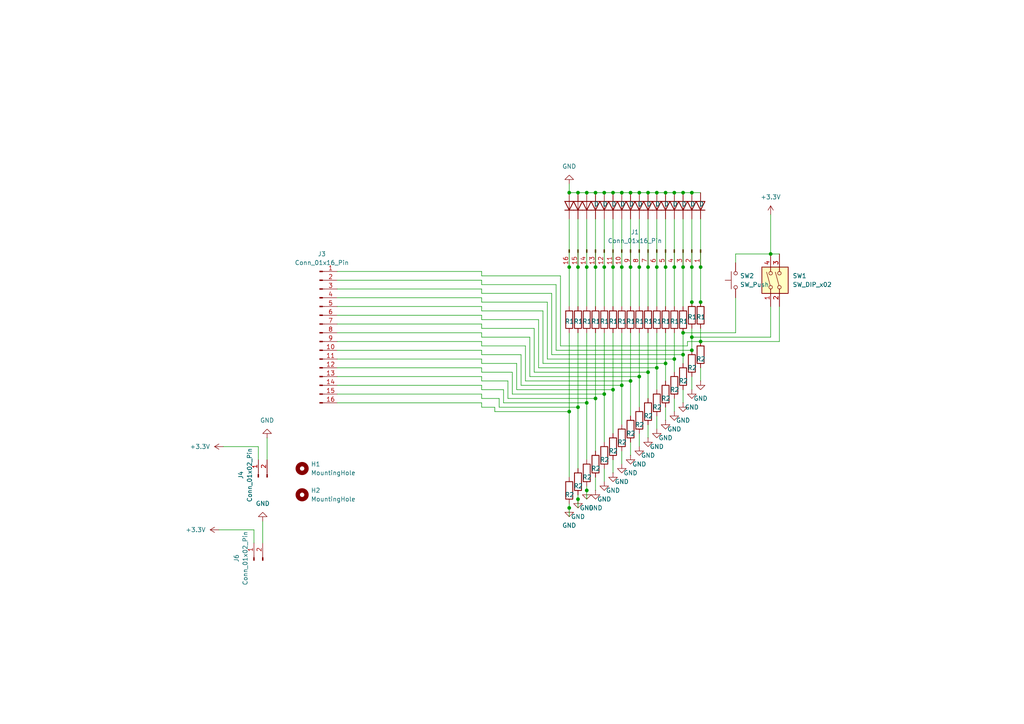
<source format=kicad_sch>
(kicad_sch (version 20250114) (generator "eeschema") (generator_version "9.0")
  (paper "A4")
  (lib_symbols
    (symbol "Connector:Conn_01x02_Pin" (pin_names (offset 1.016) (hide yes))
      (property "Reference" "J" (at 0 2.54 0))
      (property "Value" "Conn_01x02_Pin" (at 0 -5.08 0))
      (symbol "Conn_01x02_Pin_1_1"
        (rectangle (start 0.8636 0.127) (end 0 -0.127) (stroke (width 0.1524)) (fill (type outline)))
        (rectangle (start 0.8636 -2.413) (end 0 -2.667) (stroke (width 0.1524)) (fill (type outline)))
        (polyline (pts (xy 1.27 0) (xy 0.8636 0)) (stroke (width 0.1524)))
        (polyline (pts (xy 1.27 -2.54) (xy 0.8636 -2.54)) (stroke (width 0.1524)))
        (pin passive line (at 5.08 0 180) (length 3.81) (name "Pin_1") (number "1"))
        (pin passive line (at 5.08 -2.54 180) (length 3.81) (name "Pin_2") (number "2"))
      )
    )
    (symbol "Connector:Conn_01x16_Pin" (pin_names (offset 1.016) (hide yes))
      (property "Reference" "J" (at 0 20.32 0))
      (property "Value" "Conn_01x16_Pin" (at 0 -22.86 0))
      (symbol "Conn_01x16_Pin_1_1"
        (rectangle (start 0.8636 17.907) (end 0 17.653) (stroke (width 0.1524)) (fill (type outline)))
        (rectangle (start 0.8636 15.367) (end 0 15.113) (stroke (width 0.1524)) (fill (type outline)))
        (rectangle (start 0.8636 12.827) (end 0 12.573) (stroke (width 0.1524)) (fill (type outline)))
        (rectangle (start 0.8636 10.287) (end 0 10.033) (stroke (width 0.1524)) (fill (type outline)))
        (rectangle (start 0.8636 7.747) (end 0 7.493) (stroke (width 0.1524)) (fill (type outline)))
        (rectangle (start 0.8636 5.207) (end 0 4.953) (stroke (width 0.1524)) (fill (type outline)))
        (rectangle (start 0.8636 2.667) (end 0 2.413) (stroke (width 0.1524)) (fill (type outline)))
        (rectangle (start 0.8636 0.127) (end 0 -0.127) (stroke (width 0.1524)) (fill (type outline)))
        (rectangle (start 0.8636 -2.413) (end 0 -2.667) (stroke (width 0.1524)) (fill (type outline)))
        (rectangle (start 0.8636 -4.953) (end 0 -5.207) (stroke (width 0.1524)) (fill (type outline)))
        (rectangle (start 0.8636 -7.493) (end 0 -7.747) (stroke (width 0.1524)) (fill (type outline)))
        (rectangle (start 0.8636 -10.033) (end 0 -10.287) (stroke (width 0.1524)) (fill (type outline)))
        (rectangle (start 0.8636 -12.573) (end 0 -12.827) (stroke (width 0.1524)) (fill (type outline)))
        (rectangle (start 0.8636 -15.113) (end 0 -15.367) (stroke (width 0.1524)) (fill (type outline)))
        (rectangle (start 0.8636 -17.653) (end 0 -17.907) (stroke (width 0.1524)) (fill (type outline)))
        (rectangle (start 0.8636 -20.193) (end 0 -20.447) (stroke (width 0.1524)) (fill (type outline)))
        (polyline (pts (xy 1.27 17.78) (xy 0.8636 17.78)) (stroke (width 0.1524)))
        (polyline (pts (xy 1.27 15.24) (xy 0.8636 15.24)) (stroke (width 0.1524)))
        (polyline (pts (xy 1.27 12.7) (xy 0.8636 12.7)) (stroke (width 0.1524)))
        (polyline (pts (xy 1.27 10.16) (xy 0.8636 10.16)) (stroke (width 0.1524)))
        (polyline (pts (xy 1.27 7.62) (xy 0.8636 7.62)) (stroke (width 0.1524)))
        (polyline (pts (xy 1.27 5.08) (xy 0.8636 5.08)) (stroke (width 0.1524)))
        (polyline (pts (xy 1.27 2.54) (xy 0.8636 2.54)) (stroke (width 0.1524)))
        (polyline (pts (xy 1.27 0) (xy 0.8636 0)) (stroke (width 0.1524)))
        (polyline (pts (xy 1.27 -2.54) (xy 0.8636 -2.54)) (stroke (width 0.1524)))
        (polyline (pts (xy 1.27 -5.08) (xy 0.8636 -5.08)) (stroke (width 0.1524)))
        (polyline (pts (xy 1.27 -7.62) (xy 0.8636 -7.62)) (stroke (width 0.1524)))
        (polyline (pts (xy 1.27 -10.16) (xy 0.8636 -10.16)) (stroke (width 0.1524)))
        (polyline (pts (xy 1.27 -12.7) (xy 0.8636 -12.7)) (stroke (width 0.1524)))
        (polyline (pts (xy 1.27 -15.24) (xy 0.8636 -15.24)) (stroke (width 0.1524)))
        (polyline (pts (xy 1.27 -17.78) (xy 0.8636 -17.78)) (stroke (width 0.1524)))
        (polyline (pts (xy 1.27 -20.32) (xy 0.8636 -20.32)) (stroke (width 0.1524)))
        (pin passive line (at 5.08 17.78 180) (length 3.81) (name "Pin_1") (number "1"))
        (pin passive line (at 5.08 15.24 180) (length 3.81) (name "Pin_2") (number "2"))
        (pin passive line (at 5.08 12.7 180) (length 3.81) (name "Pin_3") (number "3"))
        (pin passive line (at 5.08 10.16 180) (length 3.81) (name "Pin_4") (number "4"))
        (pin passive line (at 5.08 7.62 180) (length 3.81) (name "Pin_5") (number "5"))
        (pin passive line (at 5.08 5.08 180) (length 3.81) (name "Pin_6") (number "6"))
        (pin passive line (at 5.08 2.54 180) (length 3.81) (name "Pin_7") (number "7"))
        (pin passive line (at 5.08 0 180) (length 3.81) (name "Pin_8") (number "8"))
        (pin passive line (at 5.08 -2.54 180) (length 3.81) (name "Pin_9") (number "9"))
        (pin passive line (at 5.08 -5.08 180) (length 3.81) (name "Pin_10") (number "10"))
        (pin passive line (at 5.08 -7.62 180) (length 3.81) (name "Pin_11") (number "11"))
        (pin passive line (at 5.08 -10.16 180) (length 3.81) (name "Pin_12") (number "12"))
        (pin passive line (at 5.08 -12.7 180) (length 3.81) (name "Pin_13") (number "13"))
        (pin passive line (at 5.08 -15.24 180) (length 3.81) (name "Pin_14") (number "14"))
        (pin passive line (at 5.08 -17.78 180) (length 3.81) (name "Pin_15") (number "15"))
        (pin passive line (at 5.08 -20.32 180) (length 3.81) (name "Pin_16") (number "16"))
      )
    )
    (symbol "Device:D" (pin_numbers (hide yes)) (pin_names (offset 1.016) (hide yes))
      (property "Reference" "D" (at 0 2.54 0))
      (property "Value" "D" (at 0 -2.54 0))
      (symbol "D_0_1"
        (polyline (pts (xy -1.27 1.27) (xy -1.27 -1.27)) (stroke (width 0.254)))
        (polyline (pts (xy 1.27 1.27) (xy 1.27 -1.27) (xy -1.27 0) (xy 1.27 1.27)) (stroke (width 0.254)))
        (polyline (pts (xy 1.27 0) (xy -1.27 0)))
      )
      (symbol "D_1_1"
        (pin passive line (at -3.81 0 0) (length 2.54) (name "K") (number "1"))
        (pin passive line (at 3.81 0 180) (length 2.54) (name "A") (number "2"))
      )
    )
    (symbol "Device:R" (pin_numbers (hide yes)) (pin_names (offset 0))
      (property "Reference" "R" (at 2.032 0 90))
      (property "Value" "R" (at 0 0 90))
      (symbol "R_0_1"
        (rectangle (start -1.016 -2.54) (end 1.016 2.54) (stroke (width 0.254)))
      )
      (symbol "R_1_1"
        (pin passive line (at 0 3.81 270) (length 1.27) (name "~") (number "1"))
        (pin passive line (at 0 -3.81 90) (length 1.27) (name "~") (number "2"))
      )
    )
    (symbol "Mechanical:MountingHole" (pin_names (offset 1.016)) (exclude_from_sim yes) (in_bom no)
      (property "Reference" "H" (at 0 5.08 0))
      (property "Value" "MountingHole" (at 0 3.175 0))
      (symbol "MountingHole_0_1"
        (circle (center 0 0) (radius 1.27) (stroke (width 1.27)))
      )
    )
    (symbol "Switch:SW_DIP_x02" (pin_names (offset 0) (hide yes))
      (property "Reference" "SW" (at 0 6.35 0))
      (property "Value" "SW_DIP_x02" (at 0 -3.81 0))
      (symbol "SW_DIP_x02_0_0"
        (circle (center -2.032 2.54) (radius 0.508))
        (circle (center -2.032 0) (radius 0.508))
        (polyline (pts (xy -1.524 2.667) (xy 2.3622 3.7084)))
        (polyline (pts (xy -1.524 0.127) (xy 2.3622 1.1684)))
        (circle (center 2.032 2.54) (radius 0.508))
        (circle (center 2.032 0) (radius 0.508))
      )
      (symbol "SW_DIP_x02_0_1"
        (rectangle (start -3.81 5.08) (end 3.81 -2.54) (stroke (width 0.254)) (fill (type background)))
      )
      (symbol "SW_DIP_x02_1_1"
        (pin passive line (at -7.62 2.54 0) (length 5.08) (name "~") (number "1"))
        (pin passive line (at -7.62 0 0) (length 5.08) (name "~") (number "2"))
        (pin passive line (at 7.62 2.54 180) (length 5.08) (name "~") (number "4"))
        (pin passive line (at 7.62 0 180) (length 5.08) (name "~") (number "3"))
      )
    )
    (symbol "Switch:SW_Push" (pin_numbers (hide yes)) (pin_names (offset 1.016) (hide yes))
      (property "Reference" "SW" (at 1.27 2.54 0))
      (property "Value" "SW_Push" (at 0 -1.524 0))
      (symbol "SW_Push_0_1"
        (circle (center -2.032 0) (radius 0.508))
        (polyline (pts (xy 0 1.27) (xy 0 3.048)))
        (circle (center 2.032 0) (radius 0.508))
        (polyline (pts (xy 2.54 1.27) (xy -2.54 1.27)))
        (pin passive line (at -5.08 0 0) (length 2.54) (name "1") (number "1"))
        (pin passive line (at 5.08 0 180) (length 2.54) (name "2") (number "2"))
      )
    )
    (symbol "power:+3.3V" (power) (pin_numbers (hide yes)) (pin_names (offset 0) (hide yes))
      (property "Value" "+3.3V" (at 0 3.556 0))
      (symbol "+3.3V_0_1"
        (polyline (pts (xy -0.762 1.27) (xy 0 2.54)))
        (polyline (pts (xy 0 2.54) (xy 0.762 1.27)))
        (polyline (pts (xy 0 0) (xy 0 2.54)))
      )
      (symbol "+3.3V_1_1"
        (pin power_in line (at 0 0 90) (length 0) (name "~") (number "1"))
      )
    )
    (symbol "power:GND" (power) (pin_numbers (hide yes)) (pin_names (offset 0) (hide yes))
      (property "Value" "GND" (at 0 -3.81 0))
      (symbol "GND_0_1"
        (polyline (pts (xy 0 0) (xy 0 -1.27) (xy 1.27 -1.27) (xy 0 -2.54) (xy -1.27 -1.27) (xy 0 -1.27)))
      )
      (symbol "GND_1_1"
        (pin power_in line (at 0 0 270) (length 0) (name "~") (number "1"))
      )
    )
  )
  (junction (at 187.96 55.88))
  (junction (at 185.42 77.47))
  (junction (at 175.26 55.88))
  (junction (at 167.64 55.88))
  (junction (at 182.88 55.88))
  (junction (at 200.66 55.88))
  (junction (at 167.64 77.47))
  (junction (at 172.72 55.88))
  (junction (at 190.5 106.68))
  (junction (at 200.66 87.63))
  (junction (at 182.88 110.49))
  (junction (at 180.34 55.88))
  (junction (at 187.96 77.47))
  (junction (at 198.12 96.52))
  (junction (at 190.5 55.88))
  (junction (at 167.64 118.11))
  (junction (at 175.26 77.47))
  (junction (at 198.12 102.87))
  (junction (at 195.58 104.14))
  (junction (at 185.42 55.88))
  (junction (at 200.66 97.79))
  (junction (at 193.04 55.88))
  (junction (at 200.66 77.47))
  (junction (at 198.12 55.88))
  (junction (at 175.26 114.3))
  (junction (at 177.8 113.03))
  (junction (at 170.18 77.47))
  (junction (at 170.18 142.24))
  (junction (at 172.72 77.47))
  (junction (at 193.04 105.41))
  (junction (at 165.1 119.38))
  (junction (at 187.96 107.95))
  (junction (at 223.52 73.66))
  (junction (at 195.58 55.88))
  (junction (at 165.1 147.32))
  (junction (at 203.2 87.63))
  (junction (at 200.66 101.6))
  (junction (at 180.34 111.76))
  (junction (at 195.58 77.47))
  (junction (at 203.2 99.06))
  (junction (at 165.1 77.47))
  (junction (at 203.2 77.47))
  (junction (at 172.72 115.57))
  (junction (at 180.34 77.47))
  (junction (at 185.42 109.22))
  (junction (at 167.64 144.78))
  (junction (at 190.5 77.47))
  (junction (at 170.18 55.88))
  (junction (at 170.18 116.84))
  (junction (at 198.12 77.47))
  (junction (at 165.1 55.88))
  (junction (at 182.88 77.47))
  (junction (at 177.8 55.88))
  (junction (at 193.04 77.47))
  (junction (at 177.8 77.47))
  (wire (pts (xy 139.7 113.03) (xy 146.05 113.03)))
  (wire (pts (xy 187.96 77.47) (xy 187.96 88.9)))
  (wire (pts (xy 97.79 104.14) (xy 139.7 104.14)))
  (wire (pts (xy 97.79 93.98) (xy 139.7 93.98)))
  (wire (pts (xy 190.5 63.5) (xy 190.5 77.47)))
  (wire (pts (xy 160.02 85.09) (xy 139.7 85.09)))
  (wire (pts (xy 167.64 135.89) (xy 167.64 118.11)))
  (wire (pts (xy 167.64 143.51) (xy 167.64 144.78)))
  (wire (pts (xy 185.42 118.11) (xy 185.42 109.22)))
  (wire (pts (xy 223.52 97.79) (xy 200.66 97.79)))
  (wire (pts (xy 139.7 96.52) (xy 139.7 97.79)))
  (wire (pts (xy 177.8 96.52) (xy 177.8 113.03)))
  (wire (pts (xy 170.18 142.24) (xy 170.18 144.78)))
  (wire (pts (xy 198.12 63.5) (xy 198.12 77.47)))
  (wire (pts (xy 165.1 146.05) (xy 165.1 147.32)))
  (wire (pts (xy 139.7 88.9) (xy 139.7 90.17)))
  (wire (pts (xy 198.12 113.03) (xy 198.12 116.84)))
  (wire (pts (xy 187.96 107.95) (xy 154.94 107.95)))
  (wire (pts (xy 185.42 63.5) (xy 185.42 77.47)))
  (wire (pts (xy 152.4 110.49) (xy 152.4 100.33)))
  (wire (pts (xy 195.58 104.14) (xy 158.75 104.14)))
  (wire (pts (xy 139.7 111.76) (xy 139.7 113.03)))
  (wire (pts (xy 139.7 93.98) (xy 139.7 95.25)))
  (wire (pts (xy 185.42 77.47) (xy 185.42 88.9)))
  (wire (pts (xy 198.12 96.52) (xy 198.12 102.87)))
  (wire (pts (xy 180.34 63.5) (xy 180.34 77.47)))
  (wire (pts (xy 172.72 55.88) (xy 175.26 55.88)))
  (wire (pts (xy 170.18 96.52) (xy 170.18 116.84)))
  (wire (pts (xy 97.79 114.3) (xy 139.7 114.3)))
  (wire (pts (xy 180.34 96.52) (xy 180.34 111.76)))
  (wire (pts (xy 144.78 115.57) (xy 139.7 115.57)))
  (wire (pts (xy 195.58 63.5) (xy 195.58 77.47)))
  (wire (pts (xy 139.7 107.95) (xy 148.59 107.95)))
  (wire (pts (xy 73.66 153.67) (xy 63.5 153.67)))
  (wire (pts (xy 158.75 104.14) (xy 158.75 87.63)))
  (wire (pts (xy 200.66 77.47) (xy 200.66 87.63)))
  (wire (pts (xy 170.18 63.5) (xy 170.18 77.47)))
  (wire (pts (xy 97.79 109.22) (xy 139.7 109.22)))
  (wire (pts (xy 193.04 110.49) (xy 193.04 105.41)))
  (wire (pts (xy 198.12 102.87) (xy 160.02 102.87)))
  (wire (pts (xy 143.51 119.38) (xy 165.1 119.38)))
  (wire (pts (xy 157.48 90.17) (xy 139.7 90.17)))
  (wire (pts (xy 167.64 55.88) (xy 170.18 55.88)))
  (wire (pts (xy 97.79 81.28) (xy 139.7 81.28)))
  (wire (pts (xy 139.7 106.68) (xy 139.7 107.95)))
  (wire (pts (xy 193.04 63.5) (xy 193.04 77.47)))
  (wire (pts (xy 187.96 115.57) (xy 187.96 107.95)))
  (wire (pts (xy 195.58 115.57) (xy 195.58 119.38)))
  (wire (pts (xy 139.7 78.74) (xy 139.7 80.01)))
  (wire (pts (xy 154.94 107.95) (xy 154.94 95.25)))
  (wire (pts (xy 151.13 102.87) (xy 151.13 111.76)))
  (wire (pts (xy 77.47 127) (xy 77.47 133.35)))
  (wire (pts (xy 73.66 157.48) (xy 73.66 153.67)))
  (wire (pts (xy 203.2 63.5) (xy 203.2 77.47)))
  (wire (pts (xy 146.05 113.03) (xy 146.05 116.84)))
  (wire (pts (xy 182.88 55.88) (xy 185.42 55.88)))
  (wire (pts (xy 139.7 104.14) (xy 139.7 105.41)))
  (wire (pts (xy 223.52 88.9) (xy 223.52 97.79)))
  (wire (pts (xy 190.5 113.03) (xy 190.5 106.68)))
  (wire (pts (xy 190.5 120.65) (xy 190.5 124.46)))
  (wire (pts (xy 170.18 55.88) (xy 172.72 55.88)))
  (wire (pts (xy 193.04 96.52) (xy 193.04 105.41)))
  (wire (pts (xy 172.72 138.43) (xy 172.72 142.24)))
  (wire (pts (xy 203.2 106.68) (xy 203.2 110.49)))
  (wire (pts (xy 147.32 115.57) (xy 147.32 110.49)))
  (wire (pts (xy 74.93 129.54) (xy 64.77 129.54)))
  (wire (pts (xy 153.67 97.79) (xy 139.7 97.79)))
  (wire (pts (xy 177.8 63.5) (xy 177.8 77.47)))
  (wire (pts (xy 195.58 55.88) (xy 198.12 55.88)))
  (wire (pts (xy 146.05 116.84) (xy 170.18 116.84)))
  (wire (pts (xy 177.8 133.35) (xy 177.8 137.16)))
  (wire (pts (xy 167.64 77.47) (xy 167.64 88.9)))
  (wire (pts (xy 180.34 111.76) (xy 180.34 123.19)))
  (wire (pts (xy 187.96 96.52) (xy 187.96 107.95)))
  (wire (pts (xy 165.1 55.88) (xy 167.64 55.88)))
  (wire (pts (xy 97.79 88.9) (xy 139.7 88.9)))
  (wire (pts (xy 167.64 63.5) (xy 167.64 77.47)))
  (wire (pts (xy 139.7 101.6) (xy 139.7 102.87)))
  (wire (pts (xy 190.5 106.68) (xy 156.21 106.68)))
  (wire (pts (xy 139.7 114.3) (xy 139.7 115.57)))
  (wire (pts (xy 152.4 100.33) (xy 139.7 100.33)))
  (wire (pts (xy 144.78 118.11) (xy 144.78 115.57)))
  (wire (pts (xy 213.36 86.36) (xy 213.36 96.52)))
  (wire (pts (xy 165.1 77.47) (xy 165.1 88.9)))
  (wire (pts (xy 172.72 63.5) (xy 172.72 77.47)))
  (wire (pts (xy 161.29 101.6) (xy 161.29 82.55)))
  (wire (pts (xy 139.7 99.06) (xy 139.7 100.33)))
  (wire (pts (xy 187.96 55.88) (xy 190.5 55.88)))
  (wire (pts (xy 193.04 77.47) (xy 193.04 88.9)))
  (wire (pts (xy 182.88 77.47) (xy 182.88 88.9)))
  (wire (pts (xy 139.7 86.36) (xy 139.7 87.63)))
  (wire (pts (xy 170.18 116.84) (xy 170.18 133.35)))
  (wire (pts (xy 185.42 55.88) (xy 187.96 55.88)))
  (wire (pts (xy 139.7 83.82) (xy 139.7 85.09)))
  (wire (pts (xy 97.79 96.52) (xy 139.7 96.52)))
  (wire (pts (xy 139.7 102.87) (xy 151.13 102.87)))
  (wire (pts (xy 187.96 63.5) (xy 187.96 77.47)))
  (wire (pts (xy 165.1 119.38) (xy 165.1 138.43)))
  (wire (pts (xy 139.7 109.22) (xy 139.7 110.49)))
  (wire (pts (xy 162.56 100.33) (xy 199.39 100.33)))
  (wire (pts (xy 175.26 114.3) (xy 175.26 128.27)))
  (wire (pts (xy 190.5 96.52) (xy 190.5 106.68)))
  (wire (pts (xy 200.66 109.22) (xy 200.66 113.03)))
  (wire (pts (xy 175.26 55.88) (xy 177.8 55.88)))
  (wire (pts (xy 165.1 96.52) (xy 165.1 119.38)))
  (wire (pts (xy 182.88 110.49) (xy 152.4 110.49)))
  (wire (pts (xy 180.34 55.88) (xy 182.88 55.88)))
  (wire (pts (xy 200.66 87.63) (xy 200.66 88.9)))
  (wire (pts (xy 97.79 78.74) (xy 139.7 78.74)))
  (wire (pts (xy 185.42 96.52) (xy 185.42 109.22)))
  (wire (pts (xy 139.7 80.01) (xy 162.56 80.01)))
  (wire (pts (xy 162.56 80.01) (xy 162.56 100.33)))
  (wire (pts (xy 175.26 135.89) (xy 175.26 139.7)))
  (wire (pts (xy 185.42 125.73) (xy 185.42 129.54)))
  (wire (pts (xy 200.66 95.25) (xy 200.66 97.79)))
  (wire (pts (xy 226.06 99.06) (xy 203.2 99.06)))
  (wire (pts (xy 170.18 140.97) (xy 170.18 142.24)))
  (wire (pts (xy 199.39 100.33) (xy 199.39 99.06)))
  (wire (pts (xy 165.1 147.32) (xy 165.1 149.86)))
  (wire (pts (xy 195.58 77.47) (xy 195.58 88.9)))
  (wire (pts (xy 97.79 99.06) (xy 139.7 99.06)))
  (wire (pts (xy 172.72 96.52) (xy 172.72 115.57)))
  (wire (pts (xy 180.34 130.81) (xy 180.34 134.62)))
  (wire (pts (xy 177.8 77.47) (xy 177.8 88.9)))
  (wire (pts (xy 185.42 109.22) (xy 153.67 109.22)))
  (wire (pts (xy 198.12 102.87) (xy 198.12 105.41)))
  (wire (pts (xy 97.79 111.76) (xy 139.7 111.76)))
  (wire (pts (xy 226.06 88.9) (xy 226.06 99.06)))
  (wire (pts (xy 190.5 55.88) (xy 193.04 55.88)))
  (wire (pts (xy 97.79 101.6) (xy 139.7 101.6)))
  (wire (pts (xy 151.13 111.76) (xy 180.34 111.76)))
  (wire (pts (xy 223.52 62.23) (xy 223.52 73.66)))
  (wire (pts (xy 182.88 120.65) (xy 182.88 110.49)))
  (wire (pts (xy 172.72 115.57) (xy 147.32 115.57)))
  (wire (pts (xy 223.52 73.66) (xy 213.36 73.66)))
  (wire (pts (xy 182.88 96.52) (xy 182.88 110.49)))
  (wire (pts (xy 147.32 110.49) (xy 139.7 110.49)))
  (wire (pts (xy 193.04 118.11) (xy 193.04 121.92)))
  (wire (pts (xy 143.51 118.11) (xy 143.51 119.38)))
  (wire (pts (xy 148.59 107.95) (xy 148.59 114.3)))
  (wire (pts (xy 195.58 96.52) (xy 195.58 104.14)))
  (wire (pts (xy 161.29 82.55) (xy 139.7 82.55)))
  (wire (pts (xy 149.86 113.03) (xy 149.86 105.41)))
  (wire (pts (xy 203.2 87.63) (xy 203.2 88.9)))
  (wire (pts (xy 199.39 99.06) (xy 203.2 99.06)))
  (wire (pts (xy 182.88 128.27) (xy 182.88 132.08)))
  (wire (pts (xy 139.7 118.11) (xy 143.51 118.11)))
  (wire (pts (xy 177.8 113.03) (xy 149.86 113.03)))
  (wire (pts (xy 153.67 109.22) (xy 153.67 97.79)))
  (wire (pts (xy 195.58 107.95) (xy 195.58 104.14)))
  (wire (pts (xy 165.1 63.5) (xy 165.1 77.47)))
  (wire (pts (xy 160.02 102.87) (xy 160.02 85.09)))
  (wire (pts (xy 154.94 95.25) (xy 139.7 95.25)))
  (wire (pts (xy 97.79 83.82) (xy 139.7 83.82)))
  (wire (pts (xy 167.64 118.11) (xy 144.78 118.11)))
  (wire (pts (xy 149.86 105.41) (xy 139.7 105.41)))
  (wire (pts (xy 175.26 63.5) (xy 175.26 77.47)))
  (wire (pts (xy 203.2 95.25) (xy 203.2 99.06)))
  (wire (pts (xy 213.36 96.52) (xy 198.12 96.52)))
  (wire (pts (xy 175.26 96.52) (xy 175.26 114.3)))
  (wire (pts (xy 177.8 125.73) (xy 177.8 113.03)))
  (wire (pts (xy 223.52 73.66) (xy 226.06 73.66)))
  (wire (pts (xy 198.12 77.47) (xy 198.12 88.9)))
  (wire (pts (xy 187.96 123.19) (xy 187.96 127)))
  (wire (pts (xy 193.04 105.41) (xy 157.48 105.41)))
  (wire (pts (xy 193.04 55.88) (xy 195.58 55.88)))
  (wire (pts (xy 156.21 106.68) (xy 156.21 92.71)))
  (wire (pts (xy 180.34 77.47) (xy 180.34 88.9)))
  (wire (pts (xy 182.88 63.5) (xy 182.88 77.47)))
  (wire (pts (xy 139.7 116.84) (xy 139.7 118.11)))
  (wire (pts (xy 74.93 133.35) (xy 74.93 129.54)))
  (wire (pts (xy 76.2 151.13) (xy 76.2 157.48)))
  (wire (pts (xy 213.36 73.66) (xy 213.36 76.2)))
  (wire (pts (xy 139.7 91.44) (xy 139.7 92.71)))
  (wire (pts (xy 157.48 105.41) (xy 157.48 90.17)))
  (wire (pts (xy 167.64 144.78) (xy 167.64 147.32)))
  (wire (pts (xy 172.72 130.81) (xy 172.72 115.57)))
  (wire (pts (xy 97.79 116.84) (xy 139.7 116.84)))
  (wire (pts (xy 97.79 86.36) (xy 139.7 86.36)))
  (wire (pts (xy 190.5 77.47) (xy 190.5 88.9)))
  (wire (pts (xy 203.2 77.47) (xy 203.2 87.63)))
  (wire (pts (xy 148.59 114.3) (xy 175.26 114.3)))
  (wire (pts (xy 170.18 77.47) (xy 170.18 88.9)))
  (wire (pts (xy 97.79 91.44) (xy 139.7 91.44)))
  (wire (pts (xy 165.1 53.34) (xy 165.1 55.88)))
  (wire (pts (xy 198.12 55.88) (xy 200.66 55.88)))
  (wire (pts (xy 177.8 55.88) (xy 180.34 55.88)))
  (wire (pts (xy 97.79 106.68) (xy 139.7 106.68)))
  (wire (pts (xy 200.66 55.88) (xy 203.2 55.88)))
  (wire (pts (xy 172.72 77.47) (xy 172.72 88.9)))
  (wire (pts (xy 200.66 63.5) (xy 200.66 77.47)))
  (wire (pts (xy 200.66 97.79) (xy 200.66 101.6)))
  (wire (pts (xy 175.26 77.47) (xy 175.26 88.9)))
  (wire (pts (xy 167.64 96.52) (xy 167.64 118.11)))
  (wire (pts (xy 156.21 92.71) (xy 139.7 92.71)))
  (wire (pts (xy 139.7 81.28) (xy 139.7 82.55)))
  (wire (pts (xy 158.75 87.63) (xy 139.7 87.63)))
  (wire (pts (xy 200.66 101.6) (xy 161.29 101.6)))
  (symbol (lib_id "power:GND") (at 182.88 132.08 0) (unit 1)
    (property "Reference" "#PWR08" (effects (hide yes)))
    (property "Value" "GND" (at 182.88 137.16 0))
    (property "Description" "Power symbol creates a global label with name \"GND\" , ground" (effects (hide yes)))
  )
  (symbol (lib_id "Device:R") (at 198.12 92.71 0) (unit 1)
    (property "Reference" "R27" (effects (hide yes)))
    (property "Value" "R1" (at 196.85 93.218 0) (effects (justify left)))
    (property "Footprint" "digikey-footprints:1206" (effects (hide yes)))
    (property "Description" "Resistor" (effects (hide yes)))
  )
  (symbol (lib_id "Device:R") (at 172.72 134.62 0) (unit 1)
    (property "Reference" "R8" (effects (hide yes)))
    (property "Value" "R2" (at 171.45 135.89 0) (effects (justify left)))
    (property "Footprint" "digikey-footprints:1206" (effects (hide yes)))
    (property "Description" "Resistor" (effects (hide yes)))
  )
  (symbol (lib_id "Connector:Conn_01x02_Pin") (at 73.66 162.56 90) (unit 1)
    (property "Reference" "J6" (at 68.58 161.925 0))
    (property "Value" "Conn_01x02_Pin" (at 71.12 161.925 0))
    (property "Footprint" "Connector_PinHeader_2.54mm:PinHeader_1x02_P2.54mm_Vertical" (effects (hide yes)))
    (property "Description" "Generic connector, single row, 01x02, script generated" (effects (hide yes)))
  )
  (symbol (lib_id "power:GND") (at 200.66 113.03 0) (unit 1)
    (property "Reference" "#PWR015" (effects (hide yes)))
    (property "Value" "GND" (at 200.66 118.11 0))
    (property "Description" "Power symbol creates a global label with name \"GND\" , ground" (effects (hide yes)))
  )
  (symbol (lib_id "power:GND") (at 167.64 144.78 0) (unit 1)
    (property "Reference" "#PWR02" (effects (hide yes)))
    (property "Value" "GND" (at 167.64 149.86 0))
    (property "Description" "Power symbol creates a global label with name \"GND\" , ground" (effects (hide yes)))
  )
  (symbol (lib_id "Device:R") (at 180.34 92.71 0) (unit 1)
    (property "Reference" "R13" (effects (hide yes)))
    (property "Value" "R1" (at 179.07 93.218 0) (effects (justify left)))
    (property "Footprint" "digikey-footprints:1206" (effects (hide yes)))
    (property "Description" "Resistor" (effects (hide yes)))
  )
  (symbol (lib_id "Device:D") (at 200.66 59.69 90) (unit 1)
    (property "Reference" "D15" (effects (hide yes)))
    (property "Value" "D" (at 200.152 59.182 90) (effects (justify right)))
    (property "Footprint" "Diode_THT:D_DO-41_SOD81_P7.62mm_Horizontal" (effects (hide yes)))
    (property "Description" "Diode" (effects (hide yes)))
    (property "Sim.Device" "D" (effects (hide yes)))
    (property "Sim.Pins" "1=K 2=A" (effects (hide yes)))
  )
  (symbol (lib_id "Device:D") (at 198.12 59.69 90) (unit 1)
    (property "Reference" "D14" (effects (hide yes)))
    (property "Value" "D" (at 197.612 59.182 90) (effects (justify right)))
    (property "Footprint" "Diode_THT:D_DO-41_SOD81_P7.62mm_Horizontal" (effects (hide yes)))
    (property "Description" "Diode" (effects (hide yes)))
    (property "Sim.Device" "D" (effects (hide yes)))
    (property "Sim.Pins" "1=K 2=A" (effects (hide yes)))
  )
  (symbol (lib_id "power:GND") (at 190.5 124.46 0) (unit 1)
    (property "Reference" "#PWR011" (effects (hide yes)))
    (property "Value" "GND" (at 190.5 129.54 0))
    (property "Description" "Power symbol creates a global label with name \"GND\" , ground" (effects (hide yes)))
  )
  (symbol (lib_id "power:GND") (at 187.96 127 0) (unit 1)
    (property "Reference" "#PWR010" (effects (hide yes)))
    (property "Value" "GND" (at 187.96 132.08 0))
    (property "Description" "Power symbol creates a global label with name \"GND\" , ground" (effects (hide yes)))
  )
  (symbol (lib_id "Device:D") (at 185.42 59.69 90) (unit 1)
    (property "Reference" "D9" (effects (hide yes)))
    (property "Value" "D" (at 184.912 59.182 90) (effects (justify right)))
    (property "Footprint" "Diode_THT:D_DO-41_SOD81_P7.62mm_Horizontal" (effects (hide yes)))
    (property "Description" "Diode" (effects (hide yes)))
    (property "Sim.Device" "D" (effects (hide yes)))
    (property "Sim.Pins" "1=K 2=A" (effects (hide yes)))
  )
  (symbol (lib_id "Device:D") (at 203.2 59.69 90) (unit 1)
    (property "Reference" "D16" (effects (hide yes)))
    (property "Value" "D" (at 202.692 59.182 90) (effects (justify right)))
    (property "Footprint" "Diode_THT:D_DO-41_SOD81_P7.62mm_Horizontal" (effects (hide yes)))
    (property "Description" "Diode" (effects (hide yes)))
    (property "Sim.Device" "D" (effects (hide yes)))
    (property "Sim.Pins" "1=K 2=A" (effects (hide yes)))
  )
  (symbol (lib_id "power:GND") (at 180.34 134.62 0) (unit 1)
    (property "Reference" "#PWR07" (effects (hide yes)))
    (property "Value" "GND" (at 180.34 139.7 0))
    (property "Description" "Power symbol creates a global label with name \"GND\" , ground" (effects (hide yes)))
  )
  (symbol (lib_id "Connector:Conn_01x16_Pin") (at 185.42 72.39 270) (unit 1)
    (property "Reference" "J1" (at 184.15 67.31 90))
    (property "Value" "Conn_01x16_Pin" (at 184.15 69.85 90))
    (property "Footprint" "Connector_PinSocket_2.54mm:PinSocket_1x16_P2.54mm_Vertical" (effects (hide yes)))
    (property "Description" "Generic connector, single row, 01x16, script generated" (effects (hide yes)))
  )
  (symbol (lib_id "Device:D") (at 190.5 59.69 90) (unit 1)
    (property "Reference" "D11" (effects (hide yes)))
    (property "Value" "D" (at 189.992 59.182 90) (effects (justify right)))
    (property "Footprint" "Diode_THT:D_DO-41_SOD81_P7.62mm_Horizontal" (effects (hide yes)))
    (property "Description" "Diode" (effects (hide yes)))
    (property "Sim.Device" "D" (effects (hide yes)))
    (property "Sim.Pins" "1=K 2=A" (effects (hide yes)))
  )
  (symbol (lib_id "power:GND") (at 77.47 127 180) (unit 1)
    (property "Reference" "#PWR019" (effects (hide yes)))
    (property "Value" "GND" (at 77.47 121.92 0))
    (property "Description" "Power symbol creates a global label with name \"GND\" , ground" (effects (hide yes)))
  )
  (symbol (lib_id "Device:D") (at 170.18 59.69 90) (unit 1)
    (property "Reference" "D3" (effects (hide yes)))
    (property "Value" "D" (effects (hide yes)))
    (property "Footprint" "Diode_THT:D_DO-41_SOD81_P7.62mm_Horizontal" (effects (hide yes)))
    (property "Description" "Diode" (effects (hide yes)))
    (property "Sim.Device" "D" (effects (hide yes)))
    (property "Sim.Pins" "1=K 2=A" (effects (hide yes)))
  )
  (symbol (lib_id "Device:D") (at 165.1 59.69 90) (unit 1)
    (property "Reference" "D1" (effects (hide yes)))
    (property "Value" "D" (effects (hide yes)))
    (property "Footprint" "Diode_THT:D_DO-41_SOD81_P7.62mm_Horizontal" (effects (hide yes)))
    (property "Description" "Diode" (effects (hide yes)))
    (property "Sim.Device" "D" (effects (hide yes)))
    (property "Sim.Pins" "1=K 2=A" (effects (hide yes)))
  )
  (symbol (lib_id "Mechanical:MountingHole") (at 87.63 143.51 0) (unit 1) (exclude_from_sim yes) (in_bom no)
    (property "Reference" "H2" (at 90.17 142.2399 0) (effects (justify left)))
    (property "Value" "MountingHole" (at 90.17 144.7799 0) (effects (justify left)))
    (property "Footprint" "MountingHole:MountingHole_2.5mm_Pad" (effects (hide yes)))
    (property "Description" "Mounting Hole without connection" (effects (hide yes)))
  )
  (symbol (lib_id "Device:R") (at 167.64 92.71 0) (unit 1)
    (property "Reference" "R3" (effects (hide yes)))
    (property "Value" "R1" (at 166.37 93.218 0) (effects (justify left)))
    (property "Footprint" "digikey-footprints:1206" (effects (hide yes)))
    (property "Description" "Resistor" (effects (hide yes)))
  )
  (symbol (lib_id "Device:D") (at 175.26 59.69 90) (unit 1)
    (property "Reference" "D5" (effects (hide yes)))
    (property "Value" "D" (at 174.752 59.182 90) (effects (justify right)))
    (property "Footprint" "Diode_THT:D_DO-41_SOD81_P7.62mm_Horizontal" (effects (hide yes)))
    (property "Description" "Diode" (effects (hide yes)))
    (property "Sim.Device" "D" (effects (hide yes)))
    (property "Sim.Pins" "1=K 2=A" (effects (hide yes)))
  )
  (symbol (lib_id "Device:R") (at 187.96 119.38 0) (unit 1)
    (property "Reference" "R20" (effects (hide yes)))
    (property "Value" "R2" (at 186.69 120.65 0) (effects (justify left)))
    (property "Footprint" "digikey-footprints:1206" (effects (hide yes)))
    (property "Description" "Resistor" (effects (hide yes)))
  )
  (symbol (lib_id "power:GND") (at 175.26 139.7 0) (unit 1)
    (property "Reference" "#PWR05" (effects (hide yes)))
    (property "Value" "GND" (at 175.26 144.78 0))
    (property "Description" "Power symbol creates a global label with name \"GND\" , ground" (effects (hide yes)))
  )
  (symbol (lib_id "Device:R") (at 203.2 91.44 0) (unit 1)
    (property "Reference" "R31" (effects (hide yes)))
    (property "Value" "R1" (at 201.93 91.948 0) (effects (justify left)))
    (property "Footprint" "digikey-footprints:1206" (effects (hide yes)))
    (property "Description" "Resistor" (effects (hide yes)))
  )
  (symbol (lib_id "Device:R") (at 180.34 127 0) (unit 1)
    (property "Reference" "R14" (effects (hide yes)))
    (property "Value" "R2" (at 179.07 128.27 0) (effects (justify left)))
    (property "Footprint" "digikey-footprints:1206" (effects (hide yes)))
    (property "Description" "Resistor" (effects (hide yes)))
  )
  (symbol (lib_id "Device:R") (at 185.42 121.92 0) (unit 1)
    (property "Reference" "R18" (effects (hide yes)))
    (property "Value" "R2" (at 184.15 123.19 0) (effects (justify left)))
    (property "Footprint" "digikey-footprints:1206" (effects (hide yes)))
    (property "Description" "Resistor" (effects (hide yes)))
  )
  (symbol (lib_id "Connector:Conn_01x02_Pin") (at 74.93 138.43 90) (unit 1)
    (property "Reference" "J4" (at 69.85 137.795 0))
    (property "Value" "Conn_01x02_Pin" (at 72.39 137.795 0))
    (property "Footprint" "Connector_PinHeader_2.54mm:PinHeader_1x02_P2.54mm_Vertical" (effects (hide yes)))
    (property "Description" "Generic connector, single row, 01x02, script generated" (effects (hide yes)))
  )
  (symbol (lib_id "Device:R") (at 175.26 132.08 0) (unit 1)
    (property "Reference" "R10" (effects (hide yes)))
    (property "Value" "R2" (at 173.99 133.35 0) (effects (justify left)))
    (property "Footprint" "digikey-footprints:1206" (effects (hide yes)))
    (property "Description" "Resistor" (effects (hide yes)))
  )
  (symbol (lib_id "Connector:Conn_01x16_Pin") (at 92.71 96.52 0) (unit 1)
    (property "Reference" "J3" (at 93.345 73.66 0))
    (property "Value" "Conn_01x16_Pin" (at 93.345 76.2 0))
    (property "Footprint" "Connector_PinSocket_2.54mm:PinSocket_1x16_P2.54mm_Vertical" (effects (hide yes)))
    (property "Description" "Generic connector, single row, 01x16, script generated" (effects (hide yes)))
  )
  (symbol (lib_id "Device:R") (at 198.12 109.22 0) (unit 1)
    (property "Reference" "R28" (effects (hide yes)))
    (property "Value" "R2" (at 196.85 110.49 0) (effects (justify left)))
    (property "Footprint" "digikey-footprints:1206" (effects (hide yes)))
    (property "Description" "Resistor" (effects (hide yes)))
  )
  (symbol (lib_id "power:GND") (at 177.8 137.16 0) (unit 1)
    (property "Reference" "#PWR06" (effects (hide yes)))
    (property "Value" "GND" (at 177.8 142.24 0))
    (property "Description" "Power symbol creates a global label with name \"GND\" , ground" (effects (hide yes)))
  )
  (symbol (lib_id "Device:R") (at 190.5 116.84 0) (unit 1)
    (property "Reference" "R22" (effects (hide yes)))
    (property "Value" "R2" (at 189.23 118.11 0) (effects (justify left)))
    (property "Footprint" "digikey-footprints:1206" (effects (hide yes)))
    (property "Description" "Resistor" (effects (hide yes)))
  )
  (symbol (lib_id "power:+3.3V") (at 64.77 129.54 90) (unit 1)
    (property "Reference" "#PWR020" (effects (hide yes)))
    (property "Value" "+3.3V" (at 60.96 129.5399 90) (effects (justify left)))
    (property "Description" "Power symbol creates a global label with name \"+3.3V\"" (effects (hide yes)))
  )
  (symbol (lib_id "Device:R") (at 193.04 92.71 0) (unit 1)
    (property "Reference" "R23" (effects (hide yes)))
    (property "Value" "R1" (at 191.77 93.218 0) (effects (justify left)))
    (property "Footprint" "digikey-footprints:1206" (effects (hide yes)))
    (property "Description" "Resistor" (effects (hide yes)))
  )
  (symbol (lib_id "Device:R") (at 165.1 142.24 0) (unit 1)
    (property "Reference" "R2" (effects (hide yes)))
    (property "Value" "R2" (at 163.83 143.51 0) (effects (justify left)))
    (property "Footprint" "digikey-footprints:1206" (effects (hide yes)))
    (property "Description" "Resistor" (effects (hide yes)))
  )
  (symbol (lib_id "power:GND") (at 185.42 129.54 0) (unit 1)
    (property "Reference" "#PWR09" (effects (hide yes)))
    (property "Value" "GND" (at 185.42 134.62 0))
    (property "Description" "Power symbol creates a global label with name \"GND\" , ground" (effects (hide yes)))
  )
  (symbol (lib_id "power:GND") (at 195.58 119.38 0) (unit 1)
    (property "Reference" "#PWR013" (effects (hide yes)))
    (property "Value" "GND" (at 195.58 124.46 0))
    (property "Description" "Power symbol creates a global label with name \"GND\" , ground" (effects (hide yes)))
  )
  (symbol (lib_id "Device:R") (at 170.18 92.71 0) (unit 1)
    (property "Reference" "R5" (effects (hide yes)))
    (property "Value" "R1" (at 168.91 93.218 0) (effects (justify left)))
    (property "Footprint" "digikey-footprints:1206" (effects (hide yes)))
    (property "Description" "Resistor" (effects (hide yes)))
  )
  (symbol (lib_id "Device:R") (at 172.72 92.71 0) (unit 1)
    (property "Reference" "R7" (effects (hide yes)))
    (property "Value" "R1" (at 171.45 93.218 0) (effects (justify left)))
    (property "Footprint" "digikey-footprints:1206" (effects (hide yes)))
    (property "Description" "Resistor" (effects (hide yes)))
  )
  (symbol (lib_id "power:GND") (at 165.1 53.34 180) (unit 1)
    (property "Reference" "#PWR017" (effects (hide yes)))
    (property "Value" "GND" (at 165.1 48.26 0))
    (property "Description" "Power symbol creates a global label with name \"GND\" , ground" (effects (hide yes)))
  )
  (symbol (lib_id "Device:D") (at 187.96 59.69 90) (unit 1)
    (property "Reference" "D10" (effects (hide yes)))
    (property "Value" "D" (at 187.452 59.182 90) (effects (justify right)))
    (property "Footprint" "Diode_THT:D_DO-41_SOD81_P7.62mm_Horizontal" (effects (hide yes)))
    (property "Description" "Diode" (effects (hide yes)))
    (property "Sim.Device" "D" (effects (hide yes)))
    (property "Sim.Pins" "1=K 2=A" (effects (hide yes)))
  )
  (symbol (lib_id "power:GND") (at 170.18 142.24 0) (unit 1)
    (property "Reference" "#PWR03" (effects (hide yes)))
    (property "Value" "GND" (at 170.18 147.32 0))
    (property "Description" "Power symbol creates a global label with name \"GND\" , ground" (effects (hide yes)))
  )
  (symbol (lib_id "Device:R") (at 182.88 92.71 0) (unit 1)
    (property "Reference" "R15" (effects (hide yes)))
    (property "Value" "R1" (at 181.61 93.218 0) (effects (justify left)))
    (property "Footprint" "digikey-footprints:1206" (effects (hide yes)))
    (property "Description" "Resistor" (effects (hide yes)))
  )
  (symbol (lib_id "Device:R") (at 193.04 114.3 0) (unit 1)
    (property "Reference" "R24" (effects (hide yes)))
    (property "Value" "R2" (at 191.77 115.57 0) (effects (justify left)))
    (property "Footprint" "digikey-footprints:1206" (effects (hide yes)))
    (property "Description" "Resistor" (effects (hide yes)))
  )
  (symbol (lib_id "Device:R") (at 200.66 91.44 0) (unit 1)
    (property "Reference" "R29" (effects (hide yes)))
    (property "Value" "R1" (at 199.39 91.948 0) (effects (justify left)))
    (property "Footprint" "digikey-footprints:1206" (effects (hide yes)))
    (property "Description" "Resistor" (effects (hide yes)))
  )
  (symbol (lib_id "Device:D") (at 180.34 59.69 90) (unit 1)
    (property "Reference" "D7" (effects (hide yes)))
    (property "Value" "D" (at 179.832 59.182 90) (effects (justify right)))
    (property "Footprint" "Diode_THT:D_DO-41_SOD81_P7.62mm_Horizontal" (effects (hide yes)))
    (property "Description" "Diode" (effects (hide yes)))
    (property "Sim.Device" "D" (effects (hide yes)))
    (property "Sim.Pins" "1=K 2=A" (effects (hide yes)))
  )
  (symbol (lib_id "power:GND") (at 193.04 121.92 0) (unit 1)
    (property "Reference" "#PWR012" (effects (hide yes)))
    (property "Value" "GND" (at 193.04 127 0))
    (property "Description" "Power symbol creates a global label with name \"GND\" , ground" (effects (hide yes)))
  )
  (symbol (lib_id "Switch:SW_Push") (at 213.36 81.28 90) (unit 1)
    (property "Reference" "SW2" (at 214.63 80.0099 90) (effects (justify right)))
    (property "Value" "SW_Push" (at 214.63 82.5499 90) (effects (justify right)))
    (property "Footprint" "Button_Switch_THT:SW_PUSH_6mm" (effects (hide yes)))
    (property "Description" "Push button switch, generic, two pins" (effects (hide yes)))
  )
  (symbol (lib_id "Switch:SW_DIP_x02") (at 226.06 81.28 90) (unit 1)
    (property "Reference" "SW1" (at 229.87 80.0099 90) (effects (justify right)))
    (property "Value" "SW_DIP_x02" (at 229.87 82.5499 90) (effects (justify right)))
    (property "Footprint" "Button_Switch_THT:SW_DIP_SPSTx02_Slide_6.7x6.64mm_W7.62mm_P2.54mm_LowProfile" (effects (hide yes)))
    (property "Description" "2x DIP Switch, Single Pole Single Throw (SPST) switch, small symbol" (effects (hide yes)))
  )
  (symbol (lib_id "Device:D") (at 193.04 59.69 90) (unit 1)
    (property "Reference" "D12" (effects (hide yes)))
    (property "Value" "D" (at 192.532 59.182 90) (effects (justify right)))
    (property "Footprint" "Diode_THT:D_DO-41_SOD81_P7.62mm_Horizontal" (effects (hide yes)))
    (property "Description" "Diode" (effects (hide yes)))
    (property "Sim.Device" "D" (effects (hide yes)))
    (property "Sim.Pins" "1=K 2=A" (effects (hide yes)))
  )
  (symbol (lib_id "power:GND") (at 76.2 151.13 180) (unit 1)
    (property "Reference" "#PWR022" (effects (hide yes)))
    (property "Value" "GND" (at 76.2 146.05 0))
    (property "Description" "Power symbol creates a global label with name \"GND\" , ground" (effects (hide yes)))
  )
  (symbol (lib_id "Device:D") (at 177.8 59.69 90) (unit 1)
    (property "Reference" "D6" (effects (hide yes)))
    (property "Value" "D" (at 177.292 59.182 90) (effects (justify right)))
    (property "Footprint" "Diode_THT:D_DO-41_SOD81_P7.62mm_Horizontal" (effects (hide yes)))
    (property "Description" "Diode" (effects (hide yes)))
    (property "Sim.Device" "D" (effects (hide yes)))
    (property "Sim.Pins" "1=K 2=A" (effects (hide yes)))
  )
  (symbol (lib_id "power:GND") (at 165.1 147.32 0) (unit 1)
    (property "Reference" "#PWR01" (effects (hide yes)))
    (property "Value" "GND" (at 165.1 152.4 0))
    (property "Description" "Power symbol creates a global label with name \"GND\" , ground" (effects (hide yes)))
  )
  (symbol (lib_id "Device:R") (at 195.58 111.76 0) (unit 1)
    (property "Reference" "R26" (effects (hide yes)))
    (property "Value" "R2" (at 194.31 113.03 0) (effects (justify left)))
    (property "Footprint" "digikey-footprints:1206" (effects (hide yes)))
    (property "Description" "Resistor" (effects (hide yes)))
  )
  (symbol (lib_id "Device:R") (at 203.2 102.87 0) (unit 1)
    (property "Reference" "R32" (effects (hide yes)))
    (property "Value" "R2" (at 201.93 104.14 0) (effects (justify left)))
    (property "Footprint" "digikey-footprints:1206" (effects (hide yes)))
    (property "Description" "Resistor" (effects (hide yes)))
  )
  (symbol (lib_id "Device:R") (at 195.58 92.71 0) (unit 1)
    (property "Reference" "R25" (effects (hide yes)))
    (property "Value" "R1" (at 194.31 93.218 0) (effects (justify left)))
    (property "Footprint" "digikey-footprints:1206" (effects (hide yes)))
    (property "Description" "Resistor" (effects (hide yes)))
  )
  (symbol (lib_id "Device:R") (at 167.64 139.7 0) (unit 1)
    (property "Reference" "R4" (effects (hide yes)))
    (property "Value" "R2" (at 166.37 140.97 0) (effects (justify left)))
    (property "Footprint" "digikey-footprints:1206" (effects (hide yes)))
    (property "Description" "Resistor" (effects (hide yes)))
  )
  (symbol (lib_id "Device:R") (at 177.8 129.54 0) (unit 1)
    (property "Reference" "R12" (effects (hide yes)))
    (property "Value" "R2" (at 176.53 130.81 0) (effects (justify left)))
    (property "Footprint" "digikey-footprints:1206" (effects (hide yes)))
    (property "Description" "Resistor" (effects (hide yes)))
  )
  (symbol (lib_id "Device:R") (at 185.42 92.71 0) (unit 1)
    (property "Reference" "R17" (effects (hide yes)))
    (property "Value" "R1" (at 184.15 93.218 0) (effects (justify left)))
    (property "Footprint" "digikey-footprints:1206" (effects (hide yes)))
    (property "Description" "Resistor" (effects (hide yes)))
  )
  (symbol (lib_id "Device:R") (at 182.88 124.46 0) (unit 1)
    (property "Reference" "R16" (effects (hide yes)))
    (property "Value" "R2" (at 181.61 125.73 0) (effects (justify left)))
    (property "Footprint" "digikey-footprints:1206" (effects (hide yes)))
    (property "Description" "Resistor" (effects (hide yes)))
  )
  (symbol (lib_id "Device:R") (at 190.5 92.71 0) (unit 1)
    (property "Reference" "R21" (effects (hide yes)))
    (property "Value" "R1" (at 189.23 93.218 0) (effects (justify left)))
    (property "Footprint" "digikey-footprints:1206" (effects (hide yes)))
    (property "Description" "Resistor" (effects (hide yes)))
  )
  (symbol (lib_id "Device:R") (at 170.18 137.16 0) (unit 1)
    (property "Reference" "R6" (effects (hide yes)))
    (property "Value" "R2" (at 168.91 138.43 0) (effects (justify left)))
    (property "Footprint" "digikey-footprints:1206" (effects (hide yes)))
    (property "Description" "Resistor" (effects (hide yes)))
  )
  (symbol (lib_id "power:GND") (at 203.2 110.49 0) (unit 1)
    (property "Reference" "#PWR016" (effects (hide yes)))
    (property "Value" "GND" (at 203.2 115.57 0))
    (property "Description" "Power symbol creates a global label with name \"GND\" , ground" (effects (hide yes)))
  )
  (symbol (lib_id "Device:R") (at 200.66 105.41 0) (unit 1)
    (property "Reference" "R30" (effects (hide yes)))
    (property "Value" "R2" (at 199.39 106.68 0) (effects (justify left)))
    (property "Footprint" "digikey-footprints:1206" (effects (hide yes)))
    (property "Description" "Resistor" (effects (hide yes)))
  )
  (symbol (lib_id "Device:R") (at 165.1 92.71 0) (unit 1)
    (property "Reference" "R1" (effects (hide yes)))
    (property "Value" "R1" (at 163.83 93.218 0) (effects (justify left)))
    (property "Footprint" "digikey-footprints:1206" (effects (hide yes)))
    (property "Description" "Resistor" (effects (hide yes)))
  )
  (symbol (lib_id "Device:D") (at 195.58 59.69 90) (unit 1)
    (property "Reference" "D13" (effects (hide yes)))
    (property "Value" "D" (at 195.072 59.182 90) (effects (justify right)))
    (property "Footprint" "Diode_THT:D_DO-41_SOD81_P7.62mm_Horizontal" (effects (hide yes)))
    (property "Description" "Diode" (effects (hide yes)))
    (property "Sim.Device" "D" (effects (hide yes)))
    (property "Sim.Pins" "1=K 2=A" (effects (hide yes)))
  )
  (symbol (lib_id "power:+3.3V") (at 223.52 62.23 0) (unit 1)
    (property "Reference" "#PWR018" (effects (hide yes)))
    (property "Value" "+3.3V" (at 223.52 57.15 0))
    (property "Description" "Power symbol creates a global label with name \"+3.3V\"" (effects (hide yes)))
  )
  (symbol (lib_id "Device:D") (at 172.72 59.69 90) (unit 1)
    (property "Reference" "D4" (effects (hide yes)))
    (property "Value" "D" (at 172.212 59.182 90) (effects (justify right)))
    (property "Footprint" "Diode_THT:D_DO-41_SOD81_P7.62mm_Horizontal" (effects (hide yes)))
    (property "Description" "Diode" (effects (hide yes)))
    (property "Sim.Device" "D" (effects (hide yes)))
    (property "Sim.Pins" "1=K 2=A" (effects (hide yes)))
  )
  (symbol (lib_id "Device:R") (at 175.26 92.71 0) (unit 1)
    (property "Reference" "R9" (effects (hide yes)))
    (property "Value" "R1" (at 173.99 93.218 0) (effects (justify left)))
    (property "Footprint" "digikey-footprints:1206" (effects (hide yes)))
    (property "Description" "Resistor" (effects (hide yes)))
  )
  (symbol (lib_id "Device:D") (at 182.88 59.69 90) (unit 1)
    (property "Reference" "D8" (effects (hide yes)))
    (property "Value" "D" (at 182.372 59.182 90) (effects (justify right)))
    (property "Footprint" "Diode_THT:D_DO-41_SOD81_P7.62mm_Horizontal" (effects (hide yes)))
    (property "Description" "Diode" (effects (hide yes)))
    (property "Sim.Device" "D" (effects (hide yes)))
    (property "Sim.Pins" "1=K 2=A" (effects (hide yes)))
  )
  (symbol (lib_id "power:GND") (at 198.12 116.84 0) (unit 1)
    (property "Reference" "#PWR014" (effects (hide yes)))
    (property "Value" "GND" (at 198.12 121.92 0))
    (property "Description" "Power symbol creates a global label with name \"GND\" , ground" (effects (hide yes)))
  )
  (symbol (lib_id "Device:D") (at 167.64 59.69 90) (unit 1)
    (property "Reference" "D2" (effects (hide yes)))
    (property "Value" "D" (effects (hide yes)))
    (property "Footprint" "Diode_THT:D_DO-41_SOD81_P7.62mm_Horizontal" (effects (hide yes)))
    (property "Description" "Diode" (effects (hide yes)))
    (property "Sim.Device" "D" (effects (hide yes)))
    (property "Sim.Pins" "1=K 2=A" (effects (hide yes)))
  )
  (symbol (lib_id "Device:R") (at 187.96 92.71 0) (unit 1)
    (property "Reference" "R19" (effects (hide yes)))
    (property "Value" "R1" (at 186.69 93.218 0) (effects (justify left)))
    (property "Footprint" "digikey-footprints:1206" (effects (hide yes)))
    (property "Description" "Resistor" (effects (hide yes)))
  )
  (symbol (lib_id "Device:R") (at 177.8 92.71 0) (unit 1)
    (property "Reference" "R11" (effects (hide yes)))
    (property "Value" "R1" (at 176.53 93.218 0) (effects (justify left)))
    (property "Footprint" "digikey-footprints:1206" (effects (hide yes)))
    (property "Description" "Resistor" (effects (hide yes)))
  )
  (symbol (lib_id "power:GND") (at 172.72 142.24 0) (unit 1)
    (property "Reference" "#PWR04" (effects (hide yes)))
    (property "Value" "GND" (at 172.72 147.32 0))
    (property "Description" "Power symbol creates a global label with name \"GND\" , ground" (effects (hide yes)))
  )
  (symbol (lib_id "Mechanical:MountingHole") (at 87.63 135.89 0) (unit 1) (exclude_from_sim yes) (in_bom no)
    (property "Reference" "H1" (at 90.17 134.6199 0) (effects (justify left)))
    (property "Value" "MountingHole" (at 90.17 137.1599 0) (effects (justify left)))
    (property "Footprint" "MountingHole:MountingHole_2.5mm_Pad" (effects (hide yes)))
    (property "Description" "Mounting Hole without connection" (effects (hide yes)))
  )
  (symbol (lib_id "power:+3.3V") (at 63.5 153.67 90) (unit 1)
    (property "Reference" "#PWR021" (effects (hide yes)))
    (property "Value" "+3.3V" (at 59.69 153.6699 90) (effects (justify left)))
    (property "Description" "Power symbol creates a global label with name \"+3.3V\"" (effects (hide yes)))
  )
)
</source>
